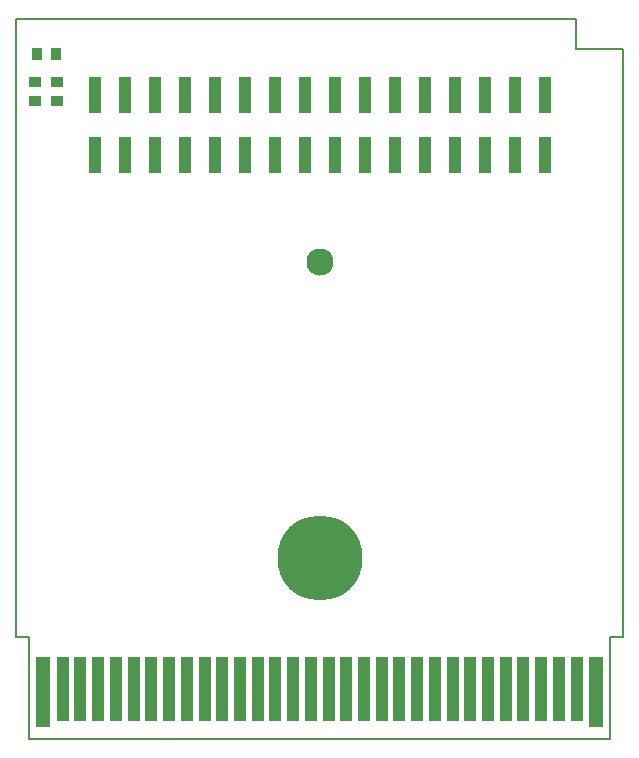
<source format=gbr>
G04 #@! TF.GenerationSoftware,KiCad,Pcbnew,5.1.6-c6e7f7d~86~ubuntu20.04.1*
G04 #@! TF.CreationDate,2020-05-17T16:09:24+03:00*
G04 #@! TF.ProjectId,GB-BRK-CART,47422d42-524b-42d4-9341-52542e6b6963,v4.0*
G04 #@! TF.SameCoordinates,Original*
G04 #@! TF.FileFunction,Soldermask,Top*
G04 #@! TF.FilePolarity,Negative*
%FSLAX46Y46*%
G04 Gerber Fmt 4.6, Leading zero omitted, Abs format (unit mm)*
G04 Created by KiCad (PCBNEW 5.1.6-c6e7f7d~86~ubuntu20.04.1) date 2020-05-17 16:09:24*
%MOMM*%
%LPD*%
G01*
G04 APERTURE LIST*
G04 #@! TA.AperFunction,Profile*
%ADD10C,0.150000*%
G04 #@! TD*
%ADD11C,2.300000*%
%ADD12C,7.200000*%
%ADD13R,1.000000X3.150000*%
%ADD14R,1.000000X0.820000*%
%ADD15R,0.820000X1.000000*%
%ADD16R,1.300000X6.000000*%
%ADD17R,1.000000X5.500000*%
G04 APERTURE END LIST*
D10*
X121700000Y-39000000D02*
X121700000Y-41600000D01*
X74300000Y-39000000D02*
X121700000Y-39000000D01*
X125700000Y-41600000D02*
X121700000Y-41600000D01*
X74300000Y-91400000D02*
X74300000Y-39000000D01*
X75400000Y-91400000D02*
X74300000Y-91400000D01*
X75400000Y-100000000D02*
X75400000Y-91400000D01*
X125700000Y-91400000D02*
X125700000Y-41600000D01*
X124600000Y-91400000D02*
X125700000Y-91400000D01*
X124600000Y-100000000D02*
X124600000Y-91400000D01*
X75400000Y-100000000D02*
X124600000Y-100000000D01*
D11*
X100000000Y-59650000D03*
D12*
X100000000Y-84650000D03*
D13*
X119050000Y-45475000D03*
X119050000Y-50525000D03*
X116510000Y-45475000D03*
X116510000Y-50525000D03*
X113970000Y-45475000D03*
X113970000Y-50525000D03*
X111430000Y-45475000D03*
X111430000Y-50525000D03*
X108890000Y-45475000D03*
X108890000Y-50525000D03*
X106350000Y-45475000D03*
X106350000Y-50525000D03*
X103810000Y-45475000D03*
X103810000Y-50525000D03*
X101270000Y-45475000D03*
X101270000Y-50525000D03*
X98730000Y-45475000D03*
X98730000Y-50525000D03*
X96190000Y-45475000D03*
X96190000Y-50525000D03*
X93650000Y-45475000D03*
X93650000Y-50525000D03*
X91110000Y-45475000D03*
X91110000Y-50525000D03*
X88570000Y-45475000D03*
X88570000Y-50525000D03*
X86030000Y-45475000D03*
X86030000Y-50525000D03*
X83490000Y-45475000D03*
X83490000Y-50525000D03*
X80950000Y-45475000D03*
X80950000Y-50525000D03*
D14*
X77800000Y-44400000D03*
X77800000Y-46000000D03*
D15*
X77700000Y-42000000D03*
X76100000Y-42000000D03*
D16*
X123400000Y-96000000D03*
D17*
X121750000Y-95750000D03*
X120250000Y-95750000D03*
X118750000Y-95750000D03*
X117250000Y-95750000D03*
X115750000Y-95750000D03*
X114250000Y-95750000D03*
X112750000Y-95750000D03*
X111250000Y-95750000D03*
X109750000Y-95750000D03*
X108250000Y-95750000D03*
X106750000Y-95750000D03*
X105250000Y-95750000D03*
X103750000Y-95750000D03*
X102250000Y-95750000D03*
X100750000Y-95750000D03*
X99250000Y-95750000D03*
X97750000Y-95750000D03*
X96250000Y-95750000D03*
X94750000Y-95750000D03*
X93250000Y-95750000D03*
X91750000Y-95750000D03*
X90250000Y-95750000D03*
X88750000Y-95750000D03*
X87250000Y-95750000D03*
X85750000Y-95750000D03*
X84250000Y-95750000D03*
X82750000Y-95750000D03*
X81250000Y-95750000D03*
X79750000Y-95750000D03*
D16*
X76600000Y-96000000D03*
D17*
X78250000Y-95750000D03*
D14*
X75900000Y-46000000D03*
X75900000Y-44400000D03*
M02*

</source>
